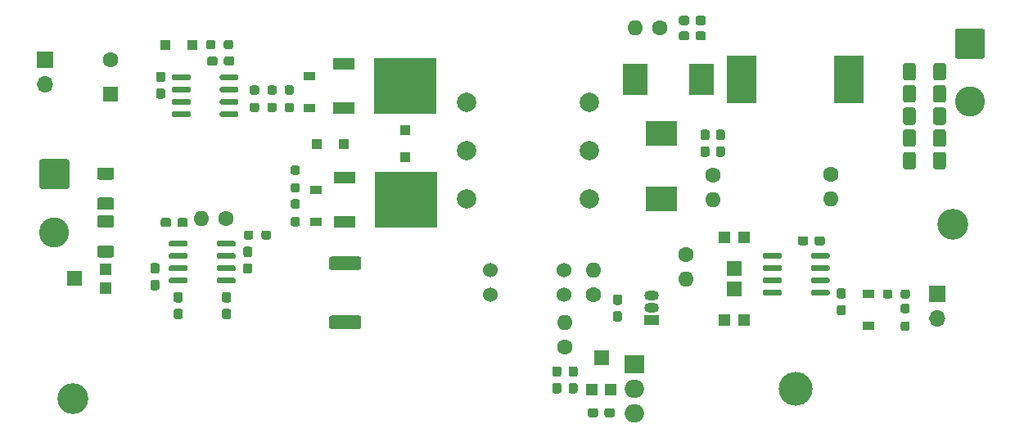
<source format=gbr>
%TF.GenerationSoftware,KiCad,Pcbnew,5.1.9-73d0e3b20d~88~ubuntu20.04.1*%
%TF.CreationDate,2021-03-11T22:15:51-06:00*%
%TF.ProjectId,iso,69736f2e-6b69-4636-9164-5f7063625858,rev?*%
%TF.SameCoordinates,Original*%
%TF.FileFunction,Soldermask,Top*%
%TF.FilePolarity,Negative*%
%FSLAX46Y46*%
G04 Gerber Fmt 4.6, Leading zero omitted, Abs format (unit mm)*
G04 Created by KiCad (PCBNEW 5.1.9-73d0e3b20d~88~ubuntu20.04.1) date 2021-03-11 22:15:51*
%MOMM*%
%LPD*%
G01*
G04 APERTURE LIST*
%ADD10C,3.200000*%
%ADD11C,2.000000*%
%ADD12O,1.600000X1.600000*%
%ADD13C,1.600000*%
%ADD14O,2.000000X1.905000*%
%ADD15R,2.000000X1.905000*%
%ADD16O,3.500000X3.500000*%
%ADD17R,1.500000X1.050000*%
%ADD18O,1.500000X1.050000*%
%ADD19C,1.524000*%
%ADD20R,1.600000X1.500000*%
%ADD21R,1.200000X1.200000*%
%ADD22R,1.500000X1.600000*%
%ADD23R,6.400000X5.800000*%
%ADD24R,2.200000X1.200000*%
%ADD25R,3.100000X5.000000*%
%ADD26O,1.700000X1.700000*%
%ADD27R,1.700000X1.700000*%
%ADD28C,3.100000*%
%ADD29R,1.200000X0.900000*%
%ADD30R,3.300000X2.500000*%
%ADD31R,2.500000X3.300000*%
%ADD32R,1.100000X1.100000*%
%ADD33R,1.600000X1.600000*%
G04 APERTURE END LIST*
D10*
%TO.C,REF\u002A\u002A*%
X271890000Y-104605000D03*
%TD*%
%TO.C,REF\u002A\u002A*%
X180890000Y-122605000D03*
%TD*%
%TO.C,C23*%
G36*
G01*
X269890000Y-91755001D02*
X269890000Y-90454999D01*
G75*
G02*
X270139999Y-90205000I249999J0D01*
G01*
X270965001Y-90205000D01*
G75*
G02*
X271215000Y-90454999I0J-249999D01*
G01*
X271215000Y-91755001D01*
G75*
G02*
X270965001Y-92005000I-249999J0D01*
G01*
X270139999Y-92005000D01*
G75*
G02*
X269890000Y-91755001I0J249999D01*
G01*
G37*
G36*
G01*
X266765000Y-91755001D02*
X266765000Y-90454999D01*
G75*
G02*
X267014999Y-90205000I249999J0D01*
G01*
X267840001Y-90205000D01*
G75*
G02*
X268090000Y-90454999I0J-249999D01*
G01*
X268090000Y-91755001D01*
G75*
G02*
X267840001Y-92005000I-249999J0D01*
G01*
X267014999Y-92005000D01*
G75*
G02*
X266765000Y-91755001I0J249999D01*
G01*
G37*
%TD*%
%TO.C,C22*%
G36*
G01*
X269890000Y-94055001D02*
X269890000Y-92754999D01*
G75*
G02*
X270139999Y-92505000I249999J0D01*
G01*
X270965001Y-92505000D01*
G75*
G02*
X271215000Y-92754999I0J-249999D01*
G01*
X271215000Y-94055001D01*
G75*
G02*
X270965001Y-94305000I-249999J0D01*
G01*
X270139999Y-94305000D01*
G75*
G02*
X269890000Y-94055001I0J249999D01*
G01*
G37*
G36*
G01*
X266765000Y-94055001D02*
X266765000Y-92754999D01*
G75*
G02*
X267014999Y-92505000I249999J0D01*
G01*
X267840001Y-92505000D01*
G75*
G02*
X268090000Y-92754999I0J-249999D01*
G01*
X268090000Y-94055001D01*
G75*
G02*
X267840001Y-94305000I-249999J0D01*
G01*
X267014999Y-94305000D01*
G75*
G02*
X266765000Y-94055001I0J249999D01*
G01*
G37*
%TD*%
%TO.C,C21*%
G36*
G01*
X269890000Y-89455001D02*
X269890000Y-88154999D01*
G75*
G02*
X270139999Y-87905000I249999J0D01*
G01*
X270965001Y-87905000D01*
G75*
G02*
X271215000Y-88154999I0J-249999D01*
G01*
X271215000Y-89455001D01*
G75*
G02*
X270965001Y-89705000I-249999J0D01*
G01*
X270139999Y-89705000D01*
G75*
G02*
X269890000Y-89455001I0J249999D01*
G01*
G37*
G36*
G01*
X266765000Y-89455001D02*
X266765000Y-88154999D01*
G75*
G02*
X267014999Y-87905000I249999J0D01*
G01*
X267840001Y-87905000D01*
G75*
G02*
X268090000Y-88154999I0J-249999D01*
G01*
X268090000Y-89455001D01*
G75*
G02*
X267840001Y-89705000I-249999J0D01*
G01*
X267014999Y-89705000D01*
G75*
G02*
X266765000Y-89455001I0J249999D01*
G01*
G37*
%TD*%
%TO.C,C20*%
G36*
G01*
X269890000Y-96330001D02*
X269890000Y-95029999D01*
G75*
G02*
X270139999Y-94780000I249999J0D01*
G01*
X270965001Y-94780000D01*
G75*
G02*
X271215000Y-95029999I0J-249999D01*
G01*
X271215000Y-96330001D01*
G75*
G02*
X270965001Y-96580000I-249999J0D01*
G01*
X270139999Y-96580000D01*
G75*
G02*
X269890000Y-96330001I0J249999D01*
G01*
G37*
G36*
G01*
X266765000Y-96330001D02*
X266765000Y-95029999D01*
G75*
G02*
X267014999Y-94780000I249999J0D01*
G01*
X267840001Y-94780000D01*
G75*
G02*
X268090000Y-95029999I0J-249999D01*
G01*
X268090000Y-96330001D01*
G75*
G02*
X267840001Y-96580000I-249999J0D01*
G01*
X267014999Y-96580000D01*
G75*
G02*
X266765000Y-96330001I0J249999D01*
G01*
G37*
%TD*%
%TO.C,C13*%
G36*
G01*
X269890000Y-98655001D02*
X269890000Y-97354999D01*
G75*
G02*
X270139999Y-97105000I249999J0D01*
G01*
X270965001Y-97105000D01*
G75*
G02*
X271215000Y-97354999I0J-249999D01*
G01*
X271215000Y-98655001D01*
G75*
G02*
X270965001Y-98905000I-249999J0D01*
G01*
X270139999Y-98905000D01*
G75*
G02*
X269890000Y-98655001I0J249999D01*
G01*
G37*
G36*
G01*
X266765000Y-98655001D02*
X266765000Y-97354999D01*
G75*
G02*
X267014999Y-97105000I249999J0D01*
G01*
X267840001Y-97105000D01*
G75*
G02*
X268090000Y-97354999I0J-249999D01*
G01*
X268090000Y-98655001D01*
G75*
G02*
X267840001Y-98905000I-249999J0D01*
G01*
X267014999Y-98905000D01*
G75*
G02*
X266765000Y-98655001I0J249999D01*
G01*
G37*
%TD*%
D11*
%TO.C,T1*%
X234340000Y-102005000D03*
X234340000Y-97005000D03*
X234340000Y-92005000D03*
X221640000Y-102005000D03*
X221640000Y-92005000D03*
X221640000Y-97005000D03*
%TD*%
D12*
%TO.C,R12*%
X247090000Y-102045000D03*
D13*
X247090000Y-99505000D03*
%TD*%
D12*
%TO.C,R11*%
X239050000Y-84305000D03*
D13*
X241590000Y-84305000D03*
%TD*%
D14*
%TO.C,U5*%
X238965000Y-124160000D03*
X238965000Y-121620000D03*
D15*
X238965000Y-119080000D03*
D16*
X255625000Y-121620000D03*
%TD*%
%TO.C,U4*%
G36*
G01*
X257240000Y-108000000D02*
X257240000Y-107700000D01*
G75*
G02*
X257390000Y-107550000I150000J0D01*
G01*
X259040000Y-107550000D01*
G75*
G02*
X259190000Y-107700000I0J-150000D01*
G01*
X259190000Y-108000000D01*
G75*
G02*
X259040000Y-108150000I-150000J0D01*
G01*
X257390000Y-108150000D01*
G75*
G02*
X257240000Y-108000000I0J150000D01*
G01*
G37*
G36*
G01*
X257240000Y-109270000D02*
X257240000Y-108970000D01*
G75*
G02*
X257390000Y-108820000I150000J0D01*
G01*
X259040000Y-108820000D01*
G75*
G02*
X259190000Y-108970000I0J-150000D01*
G01*
X259190000Y-109270000D01*
G75*
G02*
X259040000Y-109420000I-150000J0D01*
G01*
X257390000Y-109420000D01*
G75*
G02*
X257240000Y-109270000I0J150000D01*
G01*
G37*
G36*
G01*
X257240000Y-110540000D02*
X257240000Y-110240000D01*
G75*
G02*
X257390000Y-110090000I150000J0D01*
G01*
X259040000Y-110090000D01*
G75*
G02*
X259190000Y-110240000I0J-150000D01*
G01*
X259190000Y-110540000D01*
G75*
G02*
X259040000Y-110690000I-150000J0D01*
G01*
X257390000Y-110690000D01*
G75*
G02*
X257240000Y-110540000I0J150000D01*
G01*
G37*
G36*
G01*
X257240000Y-111810000D02*
X257240000Y-111510000D01*
G75*
G02*
X257390000Y-111360000I150000J0D01*
G01*
X259040000Y-111360000D01*
G75*
G02*
X259190000Y-111510000I0J-150000D01*
G01*
X259190000Y-111810000D01*
G75*
G02*
X259040000Y-111960000I-150000J0D01*
G01*
X257390000Y-111960000D01*
G75*
G02*
X257240000Y-111810000I0J150000D01*
G01*
G37*
G36*
G01*
X252290000Y-111810000D02*
X252290000Y-111510000D01*
G75*
G02*
X252440000Y-111360000I150000J0D01*
G01*
X254090000Y-111360000D01*
G75*
G02*
X254240000Y-111510000I0J-150000D01*
G01*
X254240000Y-111810000D01*
G75*
G02*
X254090000Y-111960000I-150000J0D01*
G01*
X252440000Y-111960000D01*
G75*
G02*
X252290000Y-111810000I0J150000D01*
G01*
G37*
G36*
G01*
X252290000Y-110540000D02*
X252290000Y-110240000D01*
G75*
G02*
X252440000Y-110090000I150000J0D01*
G01*
X254090000Y-110090000D01*
G75*
G02*
X254240000Y-110240000I0J-150000D01*
G01*
X254240000Y-110540000D01*
G75*
G02*
X254090000Y-110690000I-150000J0D01*
G01*
X252440000Y-110690000D01*
G75*
G02*
X252290000Y-110540000I0J150000D01*
G01*
G37*
G36*
G01*
X252290000Y-109270000D02*
X252290000Y-108970000D01*
G75*
G02*
X252440000Y-108820000I150000J0D01*
G01*
X254090000Y-108820000D01*
G75*
G02*
X254240000Y-108970000I0J-150000D01*
G01*
X254240000Y-109270000D01*
G75*
G02*
X254090000Y-109420000I-150000J0D01*
G01*
X252440000Y-109420000D01*
G75*
G02*
X252290000Y-109270000I0J150000D01*
G01*
G37*
G36*
G01*
X252290000Y-108000000D02*
X252290000Y-107700000D01*
G75*
G02*
X252440000Y-107550000I150000J0D01*
G01*
X254090000Y-107550000D01*
G75*
G02*
X254240000Y-107700000I0J-150000D01*
G01*
X254240000Y-108000000D01*
G75*
G02*
X254090000Y-108150000I-150000J0D01*
G01*
X252440000Y-108150000D01*
G75*
G02*
X252290000Y-108000000I0J150000D01*
G01*
G37*
%TD*%
D17*
%TO.C,U3*%
X240740000Y-114505000D03*
D18*
X240740000Y-111965000D03*
X240740000Y-113235000D03*
%TD*%
D19*
%TO.C,U2*%
X224105000Y-111900000D03*
X224105000Y-109360000D03*
X231725000Y-109360000D03*
X231725000Y-111900000D03*
%TD*%
%TO.C,U1*%
G36*
G01*
X196090000Y-89550000D02*
X196090000Y-89250000D01*
G75*
G02*
X196240000Y-89100000I150000J0D01*
G01*
X197890000Y-89100000D01*
G75*
G02*
X198040000Y-89250000I0J-150000D01*
G01*
X198040000Y-89550000D01*
G75*
G02*
X197890000Y-89700000I-150000J0D01*
G01*
X196240000Y-89700000D01*
G75*
G02*
X196090000Y-89550000I0J150000D01*
G01*
G37*
G36*
G01*
X196090000Y-90820000D02*
X196090000Y-90520000D01*
G75*
G02*
X196240000Y-90370000I150000J0D01*
G01*
X197890000Y-90370000D01*
G75*
G02*
X198040000Y-90520000I0J-150000D01*
G01*
X198040000Y-90820000D01*
G75*
G02*
X197890000Y-90970000I-150000J0D01*
G01*
X196240000Y-90970000D01*
G75*
G02*
X196090000Y-90820000I0J150000D01*
G01*
G37*
G36*
G01*
X196090000Y-92090000D02*
X196090000Y-91790000D01*
G75*
G02*
X196240000Y-91640000I150000J0D01*
G01*
X197890000Y-91640000D01*
G75*
G02*
X198040000Y-91790000I0J-150000D01*
G01*
X198040000Y-92090000D01*
G75*
G02*
X197890000Y-92240000I-150000J0D01*
G01*
X196240000Y-92240000D01*
G75*
G02*
X196090000Y-92090000I0J150000D01*
G01*
G37*
G36*
G01*
X196090000Y-93360000D02*
X196090000Y-93060000D01*
G75*
G02*
X196240000Y-92910000I150000J0D01*
G01*
X197890000Y-92910000D01*
G75*
G02*
X198040000Y-93060000I0J-150000D01*
G01*
X198040000Y-93360000D01*
G75*
G02*
X197890000Y-93510000I-150000J0D01*
G01*
X196240000Y-93510000D01*
G75*
G02*
X196090000Y-93360000I0J150000D01*
G01*
G37*
G36*
G01*
X191140000Y-93360000D02*
X191140000Y-93060000D01*
G75*
G02*
X191290000Y-92910000I150000J0D01*
G01*
X192940000Y-92910000D01*
G75*
G02*
X193090000Y-93060000I0J-150000D01*
G01*
X193090000Y-93360000D01*
G75*
G02*
X192940000Y-93510000I-150000J0D01*
G01*
X191290000Y-93510000D01*
G75*
G02*
X191140000Y-93360000I0J150000D01*
G01*
G37*
G36*
G01*
X191140000Y-92090000D02*
X191140000Y-91790000D01*
G75*
G02*
X191290000Y-91640000I150000J0D01*
G01*
X192940000Y-91640000D01*
G75*
G02*
X193090000Y-91790000I0J-150000D01*
G01*
X193090000Y-92090000D01*
G75*
G02*
X192940000Y-92240000I-150000J0D01*
G01*
X191290000Y-92240000D01*
G75*
G02*
X191140000Y-92090000I0J150000D01*
G01*
G37*
G36*
G01*
X191140000Y-90820000D02*
X191140000Y-90520000D01*
G75*
G02*
X191290000Y-90370000I150000J0D01*
G01*
X192940000Y-90370000D01*
G75*
G02*
X193090000Y-90520000I0J-150000D01*
G01*
X193090000Y-90820000D01*
G75*
G02*
X192940000Y-90970000I-150000J0D01*
G01*
X191290000Y-90970000D01*
G75*
G02*
X191140000Y-90820000I0J150000D01*
G01*
G37*
G36*
G01*
X191140000Y-89550000D02*
X191140000Y-89250000D01*
G75*
G02*
X191290000Y-89100000I150000J0D01*
G01*
X192940000Y-89100000D01*
G75*
G02*
X193090000Y-89250000I0J-150000D01*
G01*
X193090000Y-89550000D01*
G75*
G02*
X192940000Y-89700000I-150000J0D01*
G01*
X191290000Y-89700000D01*
G75*
G02*
X191140000Y-89550000I0J150000D01*
G01*
G37*
%TD*%
D20*
%TO.C,RV4*%
X235565000Y-118430000D03*
D21*
X236565000Y-121680000D03*
X234565000Y-121680000D03*
%TD*%
D20*
%TO.C,RV3*%
X249290000Y-111255000D03*
D21*
X250290000Y-114505000D03*
X248290000Y-114505000D03*
%TD*%
D20*
%TO.C,RV2*%
X249290000Y-109155000D03*
D21*
X248290000Y-105905000D03*
X250290000Y-105905000D03*
%TD*%
D22*
%TO.C,RV1*%
X181040000Y-110205000D03*
D21*
X184290000Y-109205000D03*
X184290000Y-111205000D03*
%TD*%
%TO.C,Rsense1*%
G36*
G01*
X207634999Y-114025000D02*
X210485001Y-114025000D01*
G75*
G02*
X210735000Y-114274999I0J-249999D01*
G01*
X210735000Y-115175001D01*
G75*
G02*
X210485001Y-115425000I-249999J0D01*
G01*
X207634999Y-115425000D01*
G75*
G02*
X207385000Y-115175001I0J249999D01*
G01*
X207385000Y-114274999D01*
G75*
G02*
X207634999Y-114025000I249999J0D01*
G01*
G37*
G36*
G01*
X207634999Y-107925000D02*
X210485001Y-107925000D01*
G75*
G02*
X210735000Y-108174999I0J-249999D01*
G01*
X210735000Y-109075001D01*
G75*
G02*
X210485001Y-109325000I-249999J0D01*
G01*
X207634999Y-109325000D01*
G75*
G02*
X207385000Y-109075001I0J249999D01*
G01*
X207385000Y-108174999D01*
G75*
G02*
X207634999Y-107925000I249999J0D01*
G01*
G37*
%TD*%
D13*
%TO.C,R18*%
X259290000Y-99405000D03*
D12*
X259290000Y-101945000D03*
%TD*%
%TO.C,R17*%
G36*
G01*
X267227500Y-113780000D02*
X266752500Y-113780000D01*
G75*
G02*
X266515000Y-113542500I0J237500D01*
G01*
X266515000Y-113042500D01*
G75*
G02*
X266752500Y-112805000I237500J0D01*
G01*
X267227500Y-112805000D01*
G75*
G02*
X267465000Y-113042500I0J-237500D01*
G01*
X267465000Y-113542500D01*
G75*
G02*
X267227500Y-113780000I-237500J0D01*
G01*
G37*
G36*
G01*
X267227500Y-115605000D02*
X266752500Y-115605000D01*
G75*
G02*
X266515000Y-115367500I0J237500D01*
G01*
X266515000Y-114867500D01*
G75*
G02*
X266752500Y-114630000I237500J0D01*
G01*
X267227500Y-114630000D01*
G75*
G02*
X267465000Y-114867500I0J-237500D01*
G01*
X267465000Y-115367500D01*
G75*
G02*
X267227500Y-115605000I-237500J0D01*
G01*
G37*
%TD*%
%TO.C,R16*%
G36*
G01*
X266515000Y-112042500D02*
X266515000Y-111567500D01*
G75*
G02*
X266752500Y-111330000I237500J0D01*
G01*
X267252500Y-111330000D01*
G75*
G02*
X267490000Y-111567500I0J-237500D01*
G01*
X267490000Y-112042500D01*
G75*
G02*
X267252500Y-112280000I-237500J0D01*
G01*
X266752500Y-112280000D01*
G75*
G02*
X266515000Y-112042500I0J237500D01*
G01*
G37*
G36*
G01*
X264690000Y-112042500D02*
X264690000Y-111567500D01*
G75*
G02*
X264927500Y-111330000I237500J0D01*
G01*
X265427500Y-111330000D01*
G75*
G02*
X265665000Y-111567500I0J-237500D01*
G01*
X265665000Y-112042500D01*
G75*
G02*
X265427500Y-112280000I-237500J0D01*
G01*
X264927500Y-112280000D01*
G75*
G02*
X264690000Y-112042500I0J237500D01*
G01*
G37*
%TD*%
%TO.C,R15*%
X244290000Y-110245000D03*
D13*
X244290000Y-107705000D03*
%TD*%
D12*
%TO.C,R14*%
X234715000Y-109290000D03*
D13*
X234715000Y-111830000D03*
%TD*%
D12*
%TO.C,R13*%
X231765000Y-114740000D03*
D13*
X231765000Y-117280000D03*
%TD*%
%TO.C,R10*%
G36*
G01*
X203672500Y-103830000D02*
X204147500Y-103830000D01*
G75*
G02*
X204385000Y-104067500I0J-237500D01*
G01*
X204385000Y-104567500D01*
G75*
G02*
X204147500Y-104805000I-237500J0D01*
G01*
X203672500Y-104805000D01*
G75*
G02*
X203435000Y-104567500I0J237500D01*
G01*
X203435000Y-104067500D01*
G75*
G02*
X203672500Y-103830000I237500J0D01*
G01*
G37*
G36*
G01*
X203672500Y-102005000D02*
X204147500Y-102005000D01*
G75*
G02*
X204385000Y-102242500I0J-237500D01*
G01*
X204385000Y-102742500D01*
G75*
G02*
X204147500Y-102980000I-237500J0D01*
G01*
X203672500Y-102980000D01*
G75*
G02*
X203435000Y-102742500I0J237500D01*
G01*
X203435000Y-102242500D01*
G75*
G02*
X203672500Y-102005000I237500J0D01*
G01*
G37*
%TD*%
%TO.C,R9*%
G36*
G01*
X203052500Y-92030000D02*
X203527500Y-92030000D01*
G75*
G02*
X203765000Y-92267500I0J-237500D01*
G01*
X203765000Y-92767500D01*
G75*
G02*
X203527500Y-93005000I-237500J0D01*
G01*
X203052500Y-93005000D01*
G75*
G02*
X202815000Y-92767500I0J237500D01*
G01*
X202815000Y-92267500D01*
G75*
G02*
X203052500Y-92030000I237500J0D01*
G01*
G37*
G36*
G01*
X203052500Y-90205000D02*
X203527500Y-90205000D01*
G75*
G02*
X203765000Y-90442500I0J-237500D01*
G01*
X203765000Y-90942500D01*
G75*
G02*
X203527500Y-91180000I-237500J0D01*
G01*
X203052500Y-91180000D01*
G75*
G02*
X202815000Y-90942500I0J237500D01*
G01*
X202815000Y-90442500D01*
G75*
G02*
X203052500Y-90205000I237500J0D01*
G01*
G37*
%TD*%
%TO.C,R8*%
G36*
G01*
X200415000Y-105942500D02*
X200415000Y-105467500D01*
G75*
G02*
X200652500Y-105230000I237500J0D01*
G01*
X201152500Y-105230000D01*
G75*
G02*
X201390000Y-105467500I0J-237500D01*
G01*
X201390000Y-105942500D01*
G75*
G02*
X201152500Y-106180000I-237500J0D01*
G01*
X200652500Y-106180000D01*
G75*
G02*
X200415000Y-105942500I0J237500D01*
G01*
G37*
G36*
G01*
X198590000Y-105942500D02*
X198590000Y-105467500D01*
G75*
G02*
X198827500Y-105230000I237500J0D01*
G01*
X199327500Y-105230000D01*
G75*
G02*
X199565000Y-105467500I0J-237500D01*
G01*
X199565000Y-105942500D01*
G75*
G02*
X199327500Y-106180000I-237500J0D01*
G01*
X198827500Y-106180000D01*
G75*
G02*
X198590000Y-105942500I0J237500D01*
G01*
G37*
%TD*%
%TO.C,R7*%
G36*
G01*
X203672500Y-100330000D02*
X204147500Y-100330000D01*
G75*
G02*
X204385000Y-100567500I0J-237500D01*
G01*
X204385000Y-101067500D01*
G75*
G02*
X204147500Y-101305000I-237500J0D01*
G01*
X203672500Y-101305000D01*
G75*
G02*
X203435000Y-101067500I0J237500D01*
G01*
X203435000Y-100567500D01*
G75*
G02*
X203672500Y-100330000I237500J0D01*
G01*
G37*
G36*
G01*
X203672500Y-98505000D02*
X204147500Y-98505000D01*
G75*
G02*
X204385000Y-98742500I0J-237500D01*
G01*
X204385000Y-99242500D01*
G75*
G02*
X204147500Y-99480000I-237500J0D01*
G01*
X203672500Y-99480000D01*
G75*
G02*
X203435000Y-99242500I0J237500D01*
G01*
X203435000Y-98742500D01*
G75*
G02*
X203672500Y-98505000I237500J0D01*
G01*
G37*
%TD*%
%TO.C,R6*%
G36*
G01*
X200165000Y-92267500D02*
X200165000Y-92742500D01*
G75*
G02*
X199927500Y-92980000I-237500J0D01*
G01*
X199427500Y-92980000D01*
G75*
G02*
X199190000Y-92742500I0J237500D01*
G01*
X199190000Y-92267500D01*
G75*
G02*
X199427500Y-92030000I237500J0D01*
G01*
X199927500Y-92030000D01*
G75*
G02*
X200165000Y-92267500I0J-237500D01*
G01*
G37*
G36*
G01*
X201990000Y-92267500D02*
X201990000Y-92742500D01*
G75*
G02*
X201752500Y-92980000I-237500J0D01*
G01*
X201252500Y-92980000D01*
G75*
G02*
X201015000Y-92742500I0J237500D01*
G01*
X201015000Y-92267500D01*
G75*
G02*
X201252500Y-92030000I237500J0D01*
G01*
X201752500Y-92030000D01*
G75*
G02*
X201990000Y-92267500I0J-237500D01*
G01*
G37*
%TD*%
%TO.C,R5*%
G36*
G01*
X201015000Y-90942500D02*
X201015000Y-90467500D01*
G75*
G02*
X201252500Y-90230000I237500J0D01*
G01*
X201752500Y-90230000D01*
G75*
G02*
X201990000Y-90467500I0J-237500D01*
G01*
X201990000Y-90942500D01*
G75*
G02*
X201752500Y-91180000I-237500J0D01*
G01*
X201252500Y-91180000D01*
G75*
G02*
X201015000Y-90942500I0J237500D01*
G01*
G37*
G36*
G01*
X199190000Y-90942500D02*
X199190000Y-90467500D01*
G75*
G02*
X199427500Y-90230000I237500J0D01*
G01*
X199927500Y-90230000D01*
G75*
G02*
X200165000Y-90467500I0J-237500D01*
G01*
X200165000Y-90942500D01*
G75*
G02*
X199927500Y-91180000I-237500J0D01*
G01*
X199427500Y-91180000D01*
G75*
G02*
X199190000Y-90942500I0J237500D01*
G01*
G37*
%TD*%
%TO.C,R4*%
G36*
G01*
X195665000Y-85767500D02*
X195665000Y-86242500D01*
G75*
G02*
X195427500Y-86480000I-237500J0D01*
G01*
X194927500Y-86480000D01*
G75*
G02*
X194690000Y-86242500I0J237500D01*
G01*
X194690000Y-85767500D01*
G75*
G02*
X194927500Y-85530000I237500J0D01*
G01*
X195427500Y-85530000D01*
G75*
G02*
X195665000Y-85767500I0J-237500D01*
G01*
G37*
G36*
G01*
X197490000Y-85767500D02*
X197490000Y-86242500D01*
G75*
G02*
X197252500Y-86480000I-237500J0D01*
G01*
X196752500Y-86480000D01*
G75*
G02*
X196515000Y-86242500I0J237500D01*
G01*
X196515000Y-85767500D01*
G75*
G02*
X196752500Y-85530000I237500J0D01*
G01*
X197252500Y-85530000D01*
G75*
G02*
X197490000Y-85767500I0J-237500D01*
G01*
G37*
%TD*%
D12*
%TO.C,R3*%
X194200000Y-104005000D03*
D13*
X196740000Y-104005000D03*
%TD*%
%TO.C,R2*%
G36*
G01*
X183665000Y-106755000D02*
X184915000Y-106755000D01*
G75*
G02*
X185165000Y-107005000I0J-250000D01*
G01*
X185165000Y-107805000D01*
G75*
G02*
X184915000Y-108055000I-250000J0D01*
G01*
X183665000Y-108055000D01*
G75*
G02*
X183415000Y-107805000I0J250000D01*
G01*
X183415000Y-107005000D01*
G75*
G02*
X183665000Y-106755000I250000J0D01*
G01*
G37*
G36*
G01*
X183665000Y-103655000D02*
X184915000Y-103655000D01*
G75*
G02*
X185165000Y-103905000I0J-250000D01*
G01*
X185165000Y-104705000D01*
G75*
G02*
X184915000Y-104955000I-250000J0D01*
G01*
X183665000Y-104955000D01*
G75*
G02*
X183415000Y-104705000I0J250000D01*
G01*
X183415000Y-103905000D01*
G75*
G02*
X183665000Y-103655000I250000J0D01*
G01*
G37*
%TD*%
%TO.C,R1*%
G36*
G01*
X183665000Y-101805000D02*
X184915000Y-101805000D01*
G75*
G02*
X185165000Y-102055000I0J-250000D01*
G01*
X185165000Y-102855000D01*
G75*
G02*
X184915000Y-103105000I-250000J0D01*
G01*
X183665000Y-103105000D01*
G75*
G02*
X183415000Y-102855000I0J250000D01*
G01*
X183415000Y-102055000D01*
G75*
G02*
X183665000Y-101805000I250000J0D01*
G01*
G37*
G36*
G01*
X183665000Y-98705000D02*
X184915000Y-98705000D01*
G75*
G02*
X185165000Y-98955000I0J-250000D01*
G01*
X185165000Y-99755000D01*
G75*
G02*
X184915000Y-100005000I-250000J0D01*
G01*
X183665000Y-100005000D01*
G75*
G02*
X183415000Y-99755000I0J250000D01*
G01*
X183415000Y-98955000D01*
G75*
G02*
X183665000Y-98705000I250000J0D01*
G01*
G37*
%TD*%
D23*
%TO.C,Q2*%
X215335000Y-102030000D03*
D24*
X209035000Y-104310000D03*
X209035000Y-99750000D03*
%TD*%
D23*
%TO.C,Q1*%
X215265000Y-90280000D03*
D24*
X208965000Y-92560000D03*
X208965000Y-88000000D03*
%TD*%
D25*
%TO.C,L1*%
X250040000Y-89605000D03*
X261140000Y-89605000D03*
%TD*%
D26*
%TO.C,J4*%
X270290000Y-114345000D03*
D27*
X270290000Y-111805000D03*
%TD*%
D28*
%TO.C,J3*%
X273690000Y-91905000D03*
G36*
G01*
X272389999Y-84355000D02*
X274990001Y-84355000D01*
G75*
G02*
X275240000Y-84604999I0J-249999D01*
G01*
X275240000Y-87205001D01*
G75*
G02*
X274990001Y-87455000I-249999J0D01*
G01*
X272389999Y-87455000D01*
G75*
G02*
X272140000Y-87205001I0J249999D01*
G01*
X272140000Y-84604999D01*
G75*
G02*
X272389999Y-84355000I249999J0D01*
G01*
G37*
%TD*%
D26*
%TO.C,J2*%
X177990000Y-90145000D03*
D27*
X177990000Y-87605000D03*
%TD*%
D28*
%TO.C,J1*%
X178990000Y-105405000D03*
G36*
G01*
X177689999Y-97855000D02*
X180290001Y-97855000D01*
G75*
G02*
X180540000Y-98104999I0J-249999D01*
G01*
X180540000Y-100705001D01*
G75*
G02*
X180290001Y-100955000I-249999J0D01*
G01*
X177689999Y-100955000D01*
G75*
G02*
X177440000Y-100705001I0J249999D01*
G01*
X177440000Y-98104999D01*
G75*
G02*
X177689999Y-97855000I249999J0D01*
G01*
G37*
%TD*%
%TO.C,IC1*%
G36*
G01*
X192790000Y-110260000D02*
X192790000Y-110560000D01*
G75*
G02*
X192640000Y-110710000I-150000J0D01*
G01*
X190990000Y-110710000D01*
G75*
G02*
X190840000Y-110560000I0J150000D01*
G01*
X190840000Y-110260000D01*
G75*
G02*
X190990000Y-110110000I150000J0D01*
G01*
X192640000Y-110110000D01*
G75*
G02*
X192790000Y-110260000I0J-150000D01*
G01*
G37*
G36*
G01*
X192790000Y-108990000D02*
X192790000Y-109290000D01*
G75*
G02*
X192640000Y-109440000I-150000J0D01*
G01*
X190990000Y-109440000D01*
G75*
G02*
X190840000Y-109290000I0J150000D01*
G01*
X190840000Y-108990000D01*
G75*
G02*
X190990000Y-108840000I150000J0D01*
G01*
X192640000Y-108840000D01*
G75*
G02*
X192790000Y-108990000I0J-150000D01*
G01*
G37*
G36*
G01*
X192790000Y-107720000D02*
X192790000Y-108020000D01*
G75*
G02*
X192640000Y-108170000I-150000J0D01*
G01*
X190990000Y-108170000D01*
G75*
G02*
X190840000Y-108020000I0J150000D01*
G01*
X190840000Y-107720000D01*
G75*
G02*
X190990000Y-107570000I150000J0D01*
G01*
X192640000Y-107570000D01*
G75*
G02*
X192790000Y-107720000I0J-150000D01*
G01*
G37*
G36*
G01*
X192790000Y-106450000D02*
X192790000Y-106750000D01*
G75*
G02*
X192640000Y-106900000I-150000J0D01*
G01*
X190990000Y-106900000D01*
G75*
G02*
X190840000Y-106750000I0J150000D01*
G01*
X190840000Y-106450000D01*
G75*
G02*
X190990000Y-106300000I150000J0D01*
G01*
X192640000Y-106300000D01*
G75*
G02*
X192790000Y-106450000I0J-150000D01*
G01*
G37*
G36*
G01*
X197740000Y-106450000D02*
X197740000Y-106750000D01*
G75*
G02*
X197590000Y-106900000I-150000J0D01*
G01*
X195940000Y-106900000D01*
G75*
G02*
X195790000Y-106750000I0J150000D01*
G01*
X195790000Y-106450000D01*
G75*
G02*
X195940000Y-106300000I150000J0D01*
G01*
X197590000Y-106300000D01*
G75*
G02*
X197740000Y-106450000I0J-150000D01*
G01*
G37*
G36*
G01*
X197740000Y-107720000D02*
X197740000Y-108020000D01*
G75*
G02*
X197590000Y-108170000I-150000J0D01*
G01*
X195940000Y-108170000D01*
G75*
G02*
X195790000Y-108020000I0J150000D01*
G01*
X195790000Y-107720000D01*
G75*
G02*
X195940000Y-107570000I150000J0D01*
G01*
X197590000Y-107570000D01*
G75*
G02*
X197740000Y-107720000I0J-150000D01*
G01*
G37*
G36*
G01*
X197740000Y-108990000D02*
X197740000Y-109290000D01*
G75*
G02*
X197590000Y-109440000I-150000J0D01*
G01*
X195940000Y-109440000D01*
G75*
G02*
X195790000Y-109290000I0J150000D01*
G01*
X195790000Y-108990000D01*
G75*
G02*
X195940000Y-108840000I150000J0D01*
G01*
X197590000Y-108840000D01*
G75*
G02*
X197740000Y-108990000I0J-150000D01*
G01*
G37*
G36*
G01*
X197740000Y-110260000D02*
X197740000Y-110560000D01*
G75*
G02*
X197590000Y-110710000I-150000J0D01*
G01*
X195940000Y-110710000D01*
G75*
G02*
X195790000Y-110560000I0J150000D01*
G01*
X195790000Y-110260000D01*
G75*
G02*
X195940000Y-110110000I150000J0D01*
G01*
X197590000Y-110110000D01*
G75*
G02*
X197740000Y-110260000I0J-150000D01*
G01*
G37*
%TD*%
D29*
%TO.C,D8*%
X263190000Y-115055000D03*
X263190000Y-111755000D03*
%TD*%
D30*
%TO.C,D7*%
X241790000Y-102005000D03*
X241790000Y-95205000D03*
%TD*%
D31*
%TO.C,D6*%
X239090000Y-89605000D03*
X245890000Y-89605000D03*
%TD*%
D32*
%TO.C,D5*%
X206110000Y-96275000D03*
X208910000Y-96275000D03*
%TD*%
%TO.C,D4*%
X215240000Y-97655000D03*
X215240000Y-94855000D03*
%TD*%
D29*
%TO.C,D3*%
X206010000Y-104355000D03*
X206010000Y-101055000D03*
%TD*%
%TO.C,D2*%
X205390000Y-92555000D03*
X205390000Y-89255000D03*
%TD*%
D32*
%TO.C,D1*%
X190490000Y-86005000D03*
X193290000Y-86005000D03*
%TD*%
%TO.C,C19*%
G36*
G01*
X235240000Y-123842500D02*
X235240000Y-124317500D01*
G75*
G02*
X235002500Y-124555000I-237500J0D01*
G01*
X234402500Y-124555000D01*
G75*
G02*
X234165000Y-124317500I0J237500D01*
G01*
X234165000Y-123842500D01*
G75*
G02*
X234402500Y-123605000I237500J0D01*
G01*
X235002500Y-123605000D01*
G75*
G02*
X235240000Y-123842500I0J-237500D01*
G01*
G37*
G36*
G01*
X236965000Y-123842500D02*
X236965000Y-124317500D01*
G75*
G02*
X236727500Y-124555000I-237500J0D01*
G01*
X236127500Y-124555000D01*
G75*
G02*
X235890000Y-124317500I0J237500D01*
G01*
X235890000Y-123842500D01*
G75*
G02*
X236127500Y-123605000I237500J0D01*
G01*
X236727500Y-123605000D01*
G75*
G02*
X236965000Y-123842500I0J-237500D01*
G01*
G37*
%TD*%
%TO.C,C18*%
G36*
G01*
X256965000Y-106067500D02*
X256965000Y-106542500D01*
G75*
G02*
X256727500Y-106780000I-237500J0D01*
G01*
X256127500Y-106780000D01*
G75*
G02*
X255890000Y-106542500I0J237500D01*
G01*
X255890000Y-106067500D01*
G75*
G02*
X256127500Y-105830000I237500J0D01*
G01*
X256727500Y-105830000D01*
G75*
G02*
X256965000Y-106067500I0J-237500D01*
G01*
G37*
G36*
G01*
X258690000Y-106067500D02*
X258690000Y-106542500D01*
G75*
G02*
X258452500Y-106780000I-237500J0D01*
G01*
X257852500Y-106780000D01*
G75*
G02*
X257615000Y-106542500I0J237500D01*
G01*
X257615000Y-106067500D01*
G75*
G02*
X257852500Y-105830000I237500J0D01*
G01*
X258452500Y-105830000D01*
G75*
G02*
X258690000Y-106067500I0J-237500D01*
G01*
G37*
%TD*%
%TO.C,C17*%
G36*
G01*
X260627500Y-112280000D02*
X260152500Y-112280000D01*
G75*
G02*
X259915000Y-112042500I0J237500D01*
G01*
X259915000Y-111442500D01*
G75*
G02*
X260152500Y-111205000I237500J0D01*
G01*
X260627500Y-111205000D01*
G75*
G02*
X260865000Y-111442500I0J-237500D01*
G01*
X260865000Y-112042500D01*
G75*
G02*
X260627500Y-112280000I-237500J0D01*
G01*
G37*
G36*
G01*
X260627500Y-114005000D02*
X260152500Y-114005000D01*
G75*
G02*
X259915000Y-113767500I0J237500D01*
G01*
X259915000Y-113167500D01*
G75*
G02*
X260152500Y-112930000I237500J0D01*
G01*
X260627500Y-112930000D01*
G75*
G02*
X260865000Y-113167500I0J-237500D01*
G01*
X260865000Y-113767500D01*
G75*
G02*
X260627500Y-114005000I-237500J0D01*
G01*
G37*
%TD*%
%TO.C,C16*%
G36*
G01*
X232407500Y-121005000D02*
X232882500Y-121005000D01*
G75*
G02*
X233120000Y-121242500I0J-237500D01*
G01*
X233120000Y-121842500D01*
G75*
G02*
X232882500Y-122080000I-237500J0D01*
G01*
X232407500Y-122080000D01*
G75*
G02*
X232170000Y-121842500I0J237500D01*
G01*
X232170000Y-121242500D01*
G75*
G02*
X232407500Y-121005000I237500J0D01*
G01*
G37*
G36*
G01*
X232407500Y-119280000D02*
X232882500Y-119280000D01*
G75*
G02*
X233120000Y-119517500I0J-237500D01*
G01*
X233120000Y-120117500D01*
G75*
G02*
X232882500Y-120355000I-237500J0D01*
G01*
X232407500Y-120355000D01*
G75*
G02*
X232170000Y-120117500I0J237500D01*
G01*
X232170000Y-119517500D01*
G75*
G02*
X232407500Y-119280000I237500J0D01*
G01*
G37*
%TD*%
%TO.C,C15*%
G36*
G01*
X230727500Y-121005000D02*
X231202500Y-121005000D01*
G75*
G02*
X231440000Y-121242500I0J-237500D01*
G01*
X231440000Y-121842500D01*
G75*
G02*
X231202500Y-122080000I-237500J0D01*
G01*
X230727500Y-122080000D01*
G75*
G02*
X230490000Y-121842500I0J237500D01*
G01*
X230490000Y-121242500D01*
G75*
G02*
X230727500Y-121005000I237500J0D01*
G01*
G37*
G36*
G01*
X230727500Y-119280000D02*
X231202500Y-119280000D01*
G75*
G02*
X231440000Y-119517500I0J-237500D01*
G01*
X231440000Y-120117500D01*
G75*
G02*
X231202500Y-120355000I-237500J0D01*
G01*
X230727500Y-120355000D01*
G75*
G02*
X230490000Y-120117500I0J237500D01*
G01*
X230490000Y-119517500D01*
G75*
G02*
X230727500Y-119280000I237500J0D01*
G01*
G37*
%TD*%
%TO.C,C14*%
G36*
G01*
X237002500Y-113580000D02*
X237477500Y-113580000D01*
G75*
G02*
X237715000Y-113817500I0J-237500D01*
G01*
X237715000Y-114417500D01*
G75*
G02*
X237477500Y-114655000I-237500J0D01*
G01*
X237002500Y-114655000D01*
G75*
G02*
X236765000Y-114417500I0J237500D01*
G01*
X236765000Y-113817500D01*
G75*
G02*
X237002500Y-113580000I237500J0D01*
G01*
G37*
G36*
G01*
X237002500Y-111855000D02*
X237477500Y-111855000D01*
G75*
G02*
X237715000Y-112092500I0J-237500D01*
G01*
X237715000Y-112692500D01*
G75*
G02*
X237477500Y-112930000I-237500J0D01*
G01*
X237002500Y-112930000D01*
G75*
G02*
X236765000Y-112692500I0J237500D01*
G01*
X236765000Y-112092500D01*
G75*
G02*
X237002500Y-111855000I237500J0D01*
G01*
G37*
%TD*%
%TO.C,C12*%
G36*
G01*
X246527500Y-95880000D02*
X246052500Y-95880000D01*
G75*
G02*
X245815000Y-95642500I0J237500D01*
G01*
X245815000Y-95042500D01*
G75*
G02*
X246052500Y-94805000I237500J0D01*
G01*
X246527500Y-94805000D01*
G75*
G02*
X246765000Y-95042500I0J-237500D01*
G01*
X246765000Y-95642500D01*
G75*
G02*
X246527500Y-95880000I-237500J0D01*
G01*
G37*
G36*
G01*
X246527500Y-97605000D02*
X246052500Y-97605000D01*
G75*
G02*
X245815000Y-97367500I0J237500D01*
G01*
X245815000Y-96767500D01*
G75*
G02*
X246052500Y-96530000I237500J0D01*
G01*
X246527500Y-96530000D01*
G75*
G02*
X246765000Y-96767500I0J-237500D01*
G01*
X246765000Y-97367500D01*
G75*
G02*
X246527500Y-97605000I-237500J0D01*
G01*
G37*
%TD*%
%TO.C,C11*%
G36*
G01*
X248127500Y-95880000D02*
X247652500Y-95880000D01*
G75*
G02*
X247415000Y-95642500I0J237500D01*
G01*
X247415000Y-95042500D01*
G75*
G02*
X247652500Y-94805000I237500J0D01*
G01*
X248127500Y-94805000D01*
G75*
G02*
X248365000Y-95042500I0J-237500D01*
G01*
X248365000Y-95642500D01*
G75*
G02*
X248127500Y-95880000I-237500J0D01*
G01*
G37*
G36*
G01*
X248127500Y-97605000D02*
X247652500Y-97605000D01*
G75*
G02*
X247415000Y-97367500I0J237500D01*
G01*
X247415000Y-96767500D01*
G75*
G02*
X247652500Y-96530000I237500J0D01*
G01*
X248127500Y-96530000D01*
G75*
G02*
X248365000Y-96767500I0J-237500D01*
G01*
X248365000Y-97367500D01*
G75*
G02*
X248127500Y-97605000I-237500J0D01*
G01*
G37*
%TD*%
%TO.C,C10*%
G36*
G01*
X244665000Y-83267500D02*
X244665000Y-83742500D01*
G75*
G02*
X244427500Y-83980000I-237500J0D01*
G01*
X243827500Y-83980000D01*
G75*
G02*
X243590000Y-83742500I0J237500D01*
G01*
X243590000Y-83267500D01*
G75*
G02*
X243827500Y-83030000I237500J0D01*
G01*
X244427500Y-83030000D01*
G75*
G02*
X244665000Y-83267500I0J-237500D01*
G01*
G37*
G36*
G01*
X246390000Y-83267500D02*
X246390000Y-83742500D01*
G75*
G02*
X246152500Y-83980000I-237500J0D01*
G01*
X245552500Y-83980000D01*
G75*
G02*
X245315000Y-83742500I0J237500D01*
G01*
X245315000Y-83267500D01*
G75*
G02*
X245552500Y-83030000I237500J0D01*
G01*
X246152500Y-83030000D01*
G75*
G02*
X246390000Y-83267500I0J-237500D01*
G01*
G37*
%TD*%
%TO.C,C9*%
G36*
G01*
X244665000Y-84867500D02*
X244665000Y-85342500D01*
G75*
G02*
X244427500Y-85580000I-237500J0D01*
G01*
X243827500Y-85580000D01*
G75*
G02*
X243590000Y-85342500I0J237500D01*
G01*
X243590000Y-84867500D01*
G75*
G02*
X243827500Y-84630000I237500J0D01*
G01*
X244427500Y-84630000D01*
G75*
G02*
X244665000Y-84867500I0J-237500D01*
G01*
G37*
G36*
G01*
X246390000Y-84867500D02*
X246390000Y-85342500D01*
G75*
G02*
X246152500Y-85580000I-237500J0D01*
G01*
X245552500Y-85580000D01*
G75*
G02*
X245315000Y-85342500I0J237500D01*
G01*
X245315000Y-84867500D01*
G75*
G02*
X245552500Y-84630000I237500J0D01*
G01*
X246152500Y-84630000D01*
G75*
G02*
X246390000Y-84867500I0J-237500D01*
G01*
G37*
%TD*%
%TO.C,C8*%
G36*
G01*
X189627500Y-109680000D02*
X189152500Y-109680000D01*
G75*
G02*
X188915000Y-109442500I0J237500D01*
G01*
X188915000Y-108842500D01*
G75*
G02*
X189152500Y-108605000I237500J0D01*
G01*
X189627500Y-108605000D01*
G75*
G02*
X189865000Y-108842500I0J-237500D01*
G01*
X189865000Y-109442500D01*
G75*
G02*
X189627500Y-109680000I-237500J0D01*
G01*
G37*
G36*
G01*
X189627500Y-111405000D02*
X189152500Y-111405000D01*
G75*
G02*
X188915000Y-111167500I0J237500D01*
G01*
X188915000Y-110567500D01*
G75*
G02*
X189152500Y-110330000I237500J0D01*
G01*
X189627500Y-110330000D01*
G75*
G02*
X189865000Y-110567500I0J-237500D01*
G01*
X189865000Y-111167500D01*
G75*
G02*
X189627500Y-111405000I-237500J0D01*
G01*
G37*
%TD*%
%TO.C,C7*%
G36*
G01*
X191552500Y-113330000D02*
X192027500Y-113330000D01*
G75*
G02*
X192265000Y-113567500I0J-237500D01*
G01*
X192265000Y-114167500D01*
G75*
G02*
X192027500Y-114405000I-237500J0D01*
G01*
X191552500Y-114405000D01*
G75*
G02*
X191315000Y-114167500I0J237500D01*
G01*
X191315000Y-113567500D01*
G75*
G02*
X191552500Y-113330000I237500J0D01*
G01*
G37*
G36*
G01*
X191552500Y-111605000D02*
X192027500Y-111605000D01*
G75*
G02*
X192265000Y-111842500I0J-237500D01*
G01*
X192265000Y-112442500D01*
G75*
G02*
X192027500Y-112680000I-237500J0D01*
G01*
X191552500Y-112680000D01*
G75*
G02*
X191315000Y-112442500I0J237500D01*
G01*
X191315000Y-111842500D01*
G75*
G02*
X191552500Y-111605000I237500J0D01*
G01*
G37*
%TD*%
%TO.C,C6*%
G36*
G01*
X196552500Y-113330000D02*
X197027500Y-113330000D01*
G75*
G02*
X197265000Y-113567500I0J-237500D01*
G01*
X197265000Y-114167500D01*
G75*
G02*
X197027500Y-114405000I-237500J0D01*
G01*
X196552500Y-114405000D01*
G75*
G02*
X196315000Y-114167500I0J237500D01*
G01*
X196315000Y-113567500D01*
G75*
G02*
X196552500Y-113330000I237500J0D01*
G01*
G37*
G36*
G01*
X196552500Y-111605000D02*
X197027500Y-111605000D01*
G75*
G02*
X197265000Y-111842500I0J-237500D01*
G01*
X197265000Y-112442500D01*
G75*
G02*
X197027500Y-112680000I-237500J0D01*
G01*
X196552500Y-112680000D01*
G75*
G02*
X196315000Y-112442500I0J237500D01*
G01*
X196315000Y-111842500D01*
G75*
G02*
X196552500Y-111605000I237500J0D01*
G01*
G37*
%TD*%
%TO.C,C5*%
G36*
G01*
X195865000Y-87467500D02*
X195865000Y-87942500D01*
G75*
G02*
X195627500Y-88180000I-237500J0D01*
G01*
X195027500Y-88180000D01*
G75*
G02*
X194790000Y-87942500I0J237500D01*
G01*
X194790000Y-87467500D01*
G75*
G02*
X195027500Y-87230000I237500J0D01*
G01*
X195627500Y-87230000D01*
G75*
G02*
X195865000Y-87467500I0J-237500D01*
G01*
G37*
G36*
G01*
X197590000Y-87467500D02*
X197590000Y-87942500D01*
G75*
G02*
X197352500Y-88180000I-237500J0D01*
G01*
X196752500Y-88180000D01*
G75*
G02*
X196515000Y-87942500I0J237500D01*
G01*
X196515000Y-87467500D01*
G75*
G02*
X196752500Y-87230000I237500J0D01*
G01*
X197352500Y-87230000D01*
G75*
G02*
X197590000Y-87467500I0J-237500D01*
G01*
G37*
%TD*%
%TO.C,C4*%
G36*
G01*
X191715000Y-104642500D02*
X191715000Y-104167500D01*
G75*
G02*
X191952500Y-103930000I237500J0D01*
G01*
X192552500Y-103930000D01*
G75*
G02*
X192790000Y-104167500I0J-237500D01*
G01*
X192790000Y-104642500D01*
G75*
G02*
X192552500Y-104880000I-237500J0D01*
G01*
X191952500Y-104880000D01*
G75*
G02*
X191715000Y-104642500I0J237500D01*
G01*
G37*
G36*
G01*
X189990000Y-104642500D02*
X189990000Y-104167500D01*
G75*
G02*
X190227500Y-103930000I237500J0D01*
G01*
X190827500Y-103930000D01*
G75*
G02*
X191065000Y-104167500I0J-237500D01*
G01*
X191065000Y-104642500D01*
G75*
G02*
X190827500Y-104880000I-237500J0D01*
G01*
X190227500Y-104880000D01*
G75*
G02*
X189990000Y-104642500I0J237500D01*
G01*
G37*
%TD*%
%TO.C,C3*%
G36*
G01*
X199227500Y-107980000D02*
X198752500Y-107980000D01*
G75*
G02*
X198515000Y-107742500I0J237500D01*
G01*
X198515000Y-107142500D01*
G75*
G02*
X198752500Y-106905000I237500J0D01*
G01*
X199227500Y-106905000D01*
G75*
G02*
X199465000Y-107142500I0J-237500D01*
G01*
X199465000Y-107742500D01*
G75*
G02*
X199227500Y-107980000I-237500J0D01*
G01*
G37*
G36*
G01*
X199227500Y-109705000D02*
X198752500Y-109705000D01*
G75*
G02*
X198515000Y-109467500I0J237500D01*
G01*
X198515000Y-108867500D01*
G75*
G02*
X198752500Y-108630000I237500J0D01*
G01*
X199227500Y-108630000D01*
G75*
G02*
X199465000Y-108867500I0J-237500D01*
G01*
X199465000Y-109467500D01*
G75*
G02*
X199227500Y-109705000I-237500J0D01*
G01*
G37*
%TD*%
D13*
%TO.C,C2*%
X184790000Y-87605000D03*
D33*
X184790000Y-91105000D03*
%TD*%
%TO.C,C1*%
G36*
G01*
X189752500Y-90530000D02*
X190227500Y-90530000D01*
G75*
G02*
X190465000Y-90767500I0J-237500D01*
G01*
X190465000Y-91367500D01*
G75*
G02*
X190227500Y-91605000I-237500J0D01*
G01*
X189752500Y-91605000D01*
G75*
G02*
X189515000Y-91367500I0J237500D01*
G01*
X189515000Y-90767500D01*
G75*
G02*
X189752500Y-90530000I237500J0D01*
G01*
G37*
G36*
G01*
X189752500Y-88805000D02*
X190227500Y-88805000D01*
G75*
G02*
X190465000Y-89042500I0J-237500D01*
G01*
X190465000Y-89642500D01*
G75*
G02*
X190227500Y-89880000I-237500J0D01*
G01*
X189752500Y-89880000D01*
G75*
G02*
X189515000Y-89642500I0J237500D01*
G01*
X189515000Y-89042500D01*
G75*
G02*
X189752500Y-88805000I237500J0D01*
G01*
G37*
%TD*%
M02*

</source>
